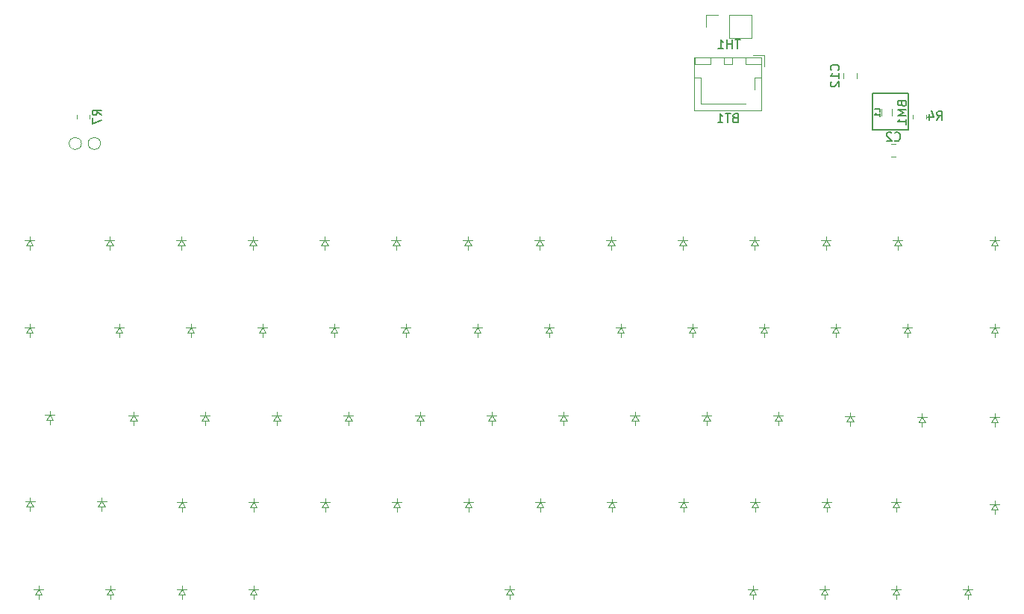
<source format=gbr>
%TF.GenerationSoftware,KiCad,Pcbnew,6.0.0-rc1-unknown-d76c6bc884~144~ubuntu21.10.1*%
%TF.CreationDate,2021-11-30T16:14:45+00:00*%
%TF.ProjectId,tad2_bottom,74616432-5f62-46f7-9474-6f6d2e6b6963,rev?*%
%TF.SameCoordinates,Original*%
%TF.FileFunction,Legend,Bot*%
%TF.FilePolarity,Positive*%
%FSLAX46Y46*%
G04 Gerber Fmt 4.6, Leading zero omitted, Abs format (unit mm)*
G04 Created by KiCad (PCBNEW 6.0.0-rc1-unknown-d76c6bc884~144~ubuntu21.10.1) date 2021-11-30 16:14:45*
%MOMM*%
%LPD*%
G01*
G04 APERTURE LIST*
%ADD10C,0.150000*%
%ADD11C,0.100000*%
%ADD12C,0.120000*%
G04 APERTURE END LIST*
D10*
X139217400Y-104368600D02*
X135128000Y-104368600D01*
X135128000Y-104368600D02*
X135128000Y-108483400D01*
X135128000Y-108483400D02*
X139217400Y-108483400D01*
X139217400Y-108483400D02*
X139217400Y-104368600D01*
%TO.C,BM1*%
X138460171Y-105538609D02*
X138507790Y-105681466D01*
X138555409Y-105729085D01*
X138650647Y-105776704D01*
X138793504Y-105776704D01*
X138888742Y-105729085D01*
X138936361Y-105681466D01*
X138983980Y-105586228D01*
X138983980Y-105205276D01*
X137983980Y-105205276D01*
X137983980Y-105538609D01*
X138031600Y-105633847D01*
X138079219Y-105681466D01*
X138174457Y-105729085D01*
X138269695Y-105729085D01*
X138364933Y-105681466D01*
X138412552Y-105633847D01*
X138460171Y-105538609D01*
X138460171Y-105205276D01*
X138983980Y-106205276D02*
X137983980Y-106205276D01*
X138698266Y-106538609D01*
X137983980Y-106871942D01*
X138983980Y-106871942D01*
X138983980Y-107871942D02*
X138983980Y-107300514D01*
X138983980Y-107586228D02*
X137983980Y-107586228D01*
X138126838Y-107490990D01*
X138222076Y-107395752D01*
X138269695Y-107300514D01*
%TO.C,BT1*%
X119535714Y-107116571D02*
X119392857Y-107164190D01*
X119345238Y-107211809D01*
X119297619Y-107307047D01*
X119297619Y-107449904D01*
X119345238Y-107545142D01*
X119392857Y-107592761D01*
X119488095Y-107640380D01*
X119869047Y-107640380D01*
X119869047Y-106640380D01*
X119535714Y-106640380D01*
X119440476Y-106688000D01*
X119392857Y-106735619D01*
X119345238Y-106830857D01*
X119345238Y-106926095D01*
X119392857Y-107021333D01*
X119440476Y-107068952D01*
X119535714Y-107116571D01*
X119869047Y-107116571D01*
X119011904Y-106640380D02*
X118440476Y-106640380D01*
X118726190Y-107640380D02*
X118726190Y-106640380D01*
X117583333Y-107640380D02*
X118154761Y-107640380D01*
X117869047Y-107640380D02*
X117869047Y-106640380D01*
X117964285Y-106783238D01*
X118059523Y-106878476D01*
X118154761Y-106926095D01*
%TO.C,TH1*%
X120127314Y-98258380D02*
X119555885Y-98258380D01*
X119841600Y-99258380D02*
X119841600Y-98258380D01*
X119222552Y-99258380D02*
X119222552Y-98258380D01*
X119222552Y-98734571D02*
X118651123Y-98734571D01*
X118651123Y-99258380D02*
X118651123Y-98258380D01*
X117651123Y-99258380D02*
X118222552Y-99258380D01*
X117936838Y-99258380D02*
X117936838Y-98258380D01*
X118032076Y-98401238D01*
X118127314Y-98496476D01*
X118222552Y-98544095D01*
%TO.C,R7*%
X47645580Y-106818133D02*
X47169390Y-106484800D01*
X47645580Y-106246704D02*
X46645580Y-106246704D01*
X46645580Y-106627657D01*
X46693200Y-106722895D01*
X46740819Y-106770514D01*
X46836057Y-106818133D01*
X46978914Y-106818133D01*
X47074152Y-106770514D01*
X47121771Y-106722895D01*
X47169390Y-106627657D01*
X47169390Y-106246704D01*
X46645580Y-107151466D02*
X46645580Y-107818133D01*
X47645580Y-107389561D01*
%TO.C,R4*%
X142443466Y-107367180D02*
X142776800Y-106890990D01*
X143014895Y-107367180D02*
X143014895Y-106367180D01*
X142633942Y-106367180D01*
X142538704Y-106414800D01*
X142491085Y-106462419D01*
X142443466Y-106557657D01*
X142443466Y-106700514D01*
X142491085Y-106795752D01*
X142538704Y-106843371D01*
X142633942Y-106890990D01*
X143014895Y-106890990D01*
X141586323Y-106700514D02*
X141586323Y-107367180D01*
X141824419Y-106319561D02*
X142062514Y-107033847D01*
X141443466Y-107033847D01*
%TO.C,C2*%
X137666666Y-109671942D02*
X137714285Y-109719561D01*
X137857142Y-109767180D01*
X137952380Y-109767180D01*
X138095238Y-109719561D01*
X138190476Y-109624323D01*
X138238095Y-109529085D01*
X138285714Y-109338609D01*
X138285714Y-109195752D01*
X138238095Y-109005276D01*
X138190476Y-108910038D01*
X138095238Y-108814800D01*
X137952380Y-108767180D01*
X137857142Y-108767180D01*
X137714285Y-108814800D01*
X137666666Y-108862419D01*
X137285714Y-108862419D02*
X137238095Y-108814800D01*
X137142857Y-108767180D01*
X136904761Y-108767180D01*
X136809523Y-108814800D01*
X136761904Y-108862419D01*
X136714285Y-108957657D01*
X136714285Y-109052895D01*
X136761904Y-109195752D01*
X137333333Y-109767180D01*
X136714285Y-109767180D01*
%TO.C,C12*%
X131265142Y-101697642D02*
X131312761Y-101650023D01*
X131360380Y-101507166D01*
X131360380Y-101411928D01*
X131312761Y-101269071D01*
X131217523Y-101173833D01*
X131122285Y-101126214D01*
X130931809Y-101078595D01*
X130788952Y-101078595D01*
X130598476Y-101126214D01*
X130503238Y-101173833D01*
X130408000Y-101269071D01*
X130360380Y-101411928D01*
X130360380Y-101507166D01*
X130408000Y-101650023D01*
X130455619Y-101697642D01*
X131360380Y-102650023D02*
X131360380Y-102078595D01*
X131360380Y-102364309D02*
X130360380Y-102364309D01*
X130503238Y-102269071D01*
X130598476Y-102173833D01*
X130646095Y-102078595D01*
X130455619Y-103030976D02*
X130408000Y-103078595D01*
X130360380Y-103173833D01*
X130360380Y-103411928D01*
X130408000Y-103507166D01*
X130455619Y-103554785D01*
X130550857Y-103602404D01*
X130646095Y-103602404D01*
X130788952Y-103554785D01*
X131360380Y-102983357D01*
X131360380Y-103602404D01*
%TO.C,L1*%
X135958228Y-106427600D02*
X135958228Y-106141885D01*
X135358228Y-106141885D01*
X135958228Y-106941885D02*
X135958228Y-106599028D01*
X135958228Y-106770457D02*
X135358228Y-106770457D01*
X135443942Y-106713314D01*
X135501085Y-106656171D01*
X135529657Y-106599028D01*
D11*
%TO.C,S_'1*%
X132588000Y-140986000D02*
X132038000Y-140986000D01*
X132588000Y-141586000D02*
X132588000Y-142086000D01*
X132588000Y-140577000D02*
X132588000Y-140977000D01*
X132188000Y-141586000D02*
X132988000Y-141586000D01*
X132588000Y-140986000D02*
X133138000Y-140986000D01*
X132588000Y-140986000D02*
X132188000Y-141586000D01*
X132988000Y-141586000D02*
X132588000Y-140986000D01*
%TO.C,S_;1*%
X124460000Y-141482000D02*
X124460000Y-141982000D01*
X124460000Y-140473000D02*
X124460000Y-140873000D01*
X124860000Y-141482000D02*
X124460000Y-140882000D01*
X124460000Y-140882000D02*
X125010000Y-140882000D01*
X124060000Y-141482000D02*
X124860000Y-141482000D01*
X124460000Y-140882000D02*
X123910000Y-140882000D01*
X124460000Y-140882000D02*
X124060000Y-141482000D01*
%TO.C,S_ENTER1*%
X148606000Y-141662000D02*
X149406000Y-141662000D01*
X149006000Y-141662000D02*
X149006000Y-142162000D01*
X149006000Y-140653000D02*
X149006000Y-141053000D01*
X149006000Y-141062000D02*
X149556000Y-141062000D01*
X149006000Y-141062000D02*
X148606000Y-141662000D01*
X149406000Y-141662000D02*
X149006000Y-141062000D01*
X149006000Y-141062000D02*
X148456000Y-141062000D01*
%TO.C,S_MAC1*%
X145558000Y-161220000D02*
X146358000Y-161220000D01*
X145958000Y-160211000D02*
X145958000Y-160611000D01*
X146358000Y-161220000D02*
X145958000Y-160620000D01*
X145958000Y-161220000D02*
X145958000Y-161720000D01*
X145958000Y-160620000D02*
X145408000Y-160620000D01*
X145958000Y-160620000D02*
X145558000Y-161220000D01*
X145958000Y-160620000D02*
X146508000Y-160620000D01*
%TO.C,S_O1*%
X115116000Y-131502000D02*
X114716000Y-130902000D01*
X114716000Y-130902000D02*
X114166000Y-130902000D01*
X114716000Y-131502000D02*
X114716000Y-132002000D01*
X114716000Y-130902000D02*
X114316000Y-131502000D01*
X114716000Y-130493000D02*
X114716000Y-130893000D01*
X114316000Y-131502000D02*
X115116000Y-131502000D01*
X114716000Y-130902000D02*
X115266000Y-130902000D01*
%TO.C,S_[1*%
X130972000Y-131502000D02*
X130972000Y-132002000D01*
X131372000Y-131502000D02*
X130972000Y-130902000D01*
X130972000Y-130902000D02*
X130572000Y-131502000D01*
X130972000Y-130902000D02*
X130422000Y-130902000D01*
X130972000Y-130902000D02*
X131522000Y-130902000D01*
X130572000Y-131502000D02*
X131372000Y-131502000D01*
X130972000Y-130493000D02*
X130972000Y-130893000D01*
%TO.C,S_TAB1*%
X39532000Y-131502000D02*
X39532000Y-132002000D01*
X39532000Y-130902000D02*
X40082000Y-130902000D01*
X39532000Y-130493000D02*
X39532000Y-130893000D01*
X39532000Y-130902000D02*
X39132000Y-131502000D01*
X39132000Y-131502000D02*
X39932000Y-131502000D01*
X39532000Y-130902000D02*
X38982000Y-130902000D01*
X39932000Y-131502000D02*
X39532000Y-130902000D01*
%TO.C,S_8*%
X105900000Y-121596000D02*
X105500000Y-120996000D01*
X105500000Y-121596000D02*
X105500000Y-122096000D01*
X105500000Y-120996000D02*
X105100000Y-121596000D01*
X105500000Y-120996000D02*
X106050000Y-120996000D01*
X105100000Y-121596000D02*
X105900000Y-121596000D01*
X105500000Y-120996000D02*
X104950000Y-120996000D01*
X105500000Y-120587000D02*
X105500000Y-120987000D01*
%TO.C,S_+1*%
X138012000Y-120996000D02*
X137462000Y-120996000D01*
X138012000Y-120996000D02*
X137612000Y-121596000D01*
X137612000Y-121596000D02*
X138412000Y-121596000D01*
X138012000Y-121596000D02*
X138012000Y-122096000D01*
X138012000Y-120587000D02*
X138012000Y-120987000D01*
X138412000Y-121596000D02*
X138012000Y-120996000D01*
X138012000Y-120996000D02*
X138562000Y-120996000D01*
%TO.C,S_3*%
X64860000Y-120996000D02*
X65410000Y-120996000D01*
X64860000Y-121596000D02*
X64860000Y-122096000D01*
X64460000Y-121596000D02*
X65260000Y-121596000D01*
X65260000Y-121596000D02*
X64860000Y-120996000D01*
X64860000Y-120996000D02*
X64460000Y-121596000D01*
X64860000Y-120996000D02*
X64310000Y-120996000D01*
X64860000Y-120587000D02*
X64860000Y-120987000D01*
%TO.C,S_RSH1*%
X149006000Y-150968000D02*
X148606000Y-151568000D01*
X149006000Y-150968000D02*
X149556000Y-150968000D01*
X149406000Y-151568000D02*
X149006000Y-150968000D01*
X149006000Y-150968000D02*
X148456000Y-150968000D01*
X149006000Y-150559000D02*
X149006000Y-150959000D01*
X148606000Y-151568000D02*
X149406000Y-151568000D01*
X149006000Y-151568000D02*
X149006000Y-152068000D01*
%TO.C,S_X1*%
X64532000Y-151314000D02*
X65332000Y-151314000D01*
X64932000Y-150714000D02*
X64382000Y-150714000D01*
X64932000Y-150305000D02*
X64932000Y-150705000D01*
X65332000Y-151314000D02*
X64932000Y-150714000D01*
X64932000Y-151314000D02*
X64932000Y-151814000D01*
X64932000Y-150714000D02*
X64532000Y-151314000D01*
X64932000Y-150714000D02*
X65482000Y-150714000D01*
%TO.C,S_I1*%
X106988000Y-131502000D02*
X106588000Y-130902000D01*
X106588000Y-130902000D02*
X106188000Y-131502000D01*
X106188000Y-131502000D02*
X106988000Y-131502000D01*
X106588000Y-130902000D02*
X107138000Y-130902000D01*
X106588000Y-130902000D02*
X106038000Y-130902000D01*
X106588000Y-130493000D02*
X106588000Y-130893000D01*
X106588000Y-131502000D02*
X106588000Y-132002000D01*
%TO.C,S_D1*%
X67564000Y-140882000D02*
X68114000Y-140882000D01*
X67564000Y-140473000D02*
X67564000Y-140873000D01*
X67564000Y-141482000D02*
X67564000Y-141982000D01*
X67164000Y-141482000D02*
X67964000Y-141482000D01*
X67564000Y-140882000D02*
X67164000Y-141482000D01*
X67964000Y-141482000D02*
X67564000Y-140882000D01*
X67564000Y-140882000D02*
X67014000Y-140882000D01*
%TO.C,S_CTR1*%
X41818000Y-140808000D02*
X42368000Y-140808000D01*
X41818000Y-140808000D02*
X41268000Y-140808000D01*
X41818000Y-140399000D02*
X41818000Y-140799000D01*
X41818000Y-141408000D02*
X41818000Y-141908000D01*
X42218000Y-141408000D02*
X41818000Y-140808000D01*
X41418000Y-141408000D02*
X42218000Y-141408000D01*
X41818000Y-140808000D02*
X41418000Y-141408000D01*
%TO.C,S_L1*%
X116332000Y-140882000D02*
X116882000Y-140882000D01*
X116332000Y-140882000D02*
X115932000Y-141482000D01*
X116732000Y-141482000D02*
X116332000Y-140882000D01*
X116332000Y-140473000D02*
X116332000Y-140873000D01*
X115932000Y-141482000D02*
X116732000Y-141482000D01*
X116332000Y-141482000D02*
X116332000Y-141982000D01*
X116332000Y-140882000D02*
X115782000Y-140882000D01*
%TO.C,S_J1*%
X100076000Y-141482000D02*
X100076000Y-141982000D01*
X100476000Y-141482000D02*
X100076000Y-140882000D01*
X100076000Y-140473000D02*
X100076000Y-140873000D01*
X99676000Y-141482000D02*
X100476000Y-141482000D01*
X100076000Y-140882000D02*
X100626000Y-140882000D01*
X100076000Y-140882000D02*
X99676000Y-141482000D01*
X100076000Y-140882000D02*
X99526000Y-140882000D01*
%TO.C,S_T1*%
X81804000Y-131502000D02*
X82604000Y-131502000D01*
X82204000Y-130902000D02*
X81654000Y-130902000D01*
X82604000Y-131502000D02*
X82204000Y-130902000D01*
X82204000Y-130902000D02*
X82754000Y-130902000D01*
X82204000Y-130493000D02*
X82204000Y-130893000D01*
X82204000Y-130902000D02*
X81804000Y-131502000D01*
X82204000Y-131502000D02*
X82204000Y-132002000D01*
%TO.C,S_2*%
X56732000Y-120595000D02*
X56732000Y-120995000D01*
X56732000Y-121004000D02*
X56332000Y-121604000D01*
X57132000Y-121604000D02*
X56732000Y-121004000D01*
X56332000Y-121604000D02*
X57132000Y-121604000D01*
X56732000Y-121004000D02*
X57282000Y-121004000D01*
X56732000Y-121604000D02*
X56732000Y-122104000D01*
X56732000Y-121004000D02*
X56182000Y-121004000D01*
%TO.C,S_SPC1*%
X93580000Y-161220000D02*
X94380000Y-161220000D01*
X93980000Y-160620000D02*
X93430000Y-160620000D01*
X93980000Y-160211000D02*
X93980000Y-160611000D01*
X93980000Y-160620000D02*
X93580000Y-161220000D01*
X93980000Y-160620000D02*
X94530000Y-160620000D01*
X93980000Y-161220000D02*
X93980000Y-161720000D01*
X94380000Y-161220000D02*
X93980000Y-160620000D01*
%TO.C,S_LSH1*%
X39552000Y-150661000D02*
X40102000Y-150661000D01*
X39952000Y-151261000D02*
X39552000Y-150661000D01*
X39552000Y-151261000D02*
X39552000Y-151761000D01*
X39552000Y-150661000D02*
X39002000Y-150661000D01*
X39152000Y-151261000D02*
X39952000Y-151261000D01*
X39552000Y-150661000D02*
X39152000Y-151261000D01*
X39552000Y-150252000D02*
X39552000Y-150652000D01*
%TO.C,S_RFN1*%
X138230000Y-161220000D02*
X137830000Y-160620000D01*
X137830000Y-160620000D02*
X137430000Y-161220000D01*
X137830000Y-160211000D02*
X137830000Y-160611000D01*
X137830000Y-160620000D02*
X137280000Y-160620000D01*
X137830000Y-161220000D02*
X137830000Y-161720000D01*
X137830000Y-160620000D02*
X138380000Y-160620000D01*
X137430000Y-161220000D02*
X138230000Y-161220000D01*
%TO.C,S_\u005C1*%
X141154000Y-141662000D02*
X140754000Y-141062000D01*
X140754000Y-141062000D02*
X140204000Y-141062000D01*
X140754000Y-141062000D02*
X140354000Y-141662000D01*
X140754000Y-140653000D02*
X140754000Y-141053000D01*
X140754000Y-141662000D02*
X140754000Y-142162000D01*
X140354000Y-141662000D02*
X141154000Y-141662000D01*
X140754000Y-141062000D02*
X141304000Y-141062000D01*
%TO.C,S_1*%
X48604000Y-120996000D02*
X49154000Y-120996000D01*
X48604000Y-120587000D02*
X48604000Y-120987000D01*
X48604000Y-120996000D02*
X48204000Y-121596000D01*
X48604000Y-120996000D02*
X48054000Y-120996000D01*
X49004000Y-121596000D02*
X48604000Y-120996000D01*
X48204000Y-121596000D02*
X49004000Y-121596000D01*
X48604000Y-121596000D02*
X48604000Y-122096000D01*
%TO.C,S_/1*%
X129556000Y-151314000D02*
X130356000Y-151314000D01*
X130356000Y-151314000D02*
X129956000Y-150714000D01*
X129956000Y-150305000D02*
X129956000Y-150705000D01*
X129956000Y-150714000D02*
X129406000Y-150714000D01*
X129956000Y-151314000D02*
X129956000Y-151814000D01*
X129956000Y-150714000D02*
X129556000Y-151314000D01*
X129956000Y-150714000D02*
X130506000Y-150714000D01*
%TO.C,S_7*%
X97372000Y-121596000D02*
X97372000Y-122096000D01*
X96972000Y-121596000D02*
X97772000Y-121596000D01*
X97372000Y-120996000D02*
X97922000Y-120996000D01*
X97372000Y-120996000D02*
X96822000Y-120996000D01*
X97772000Y-121596000D02*
X97372000Y-120996000D01*
X97372000Y-120587000D02*
X97372000Y-120987000D01*
X97372000Y-120996000D02*
X96972000Y-121596000D01*
%TO.C,S_P1*%
X122844000Y-131502000D02*
X122844000Y-132002000D01*
X122844000Y-130493000D02*
X122844000Y-130893000D01*
X122444000Y-131502000D02*
X123244000Y-131502000D01*
X122844000Y-130902000D02*
X123394000Y-130902000D01*
X122844000Y-130902000D02*
X122294000Y-130902000D01*
X123244000Y-131502000D02*
X122844000Y-130902000D01*
X122844000Y-130902000D02*
X122444000Y-131502000D01*
%TO.C,S_-1*%
X129884000Y-120996000D02*
X129334000Y-120996000D01*
X129884000Y-121596000D02*
X129884000Y-122096000D01*
X130284000Y-121596000D02*
X129884000Y-120996000D01*
X129884000Y-120996000D02*
X129484000Y-121596000D01*
X129484000Y-121596000D02*
X130284000Y-121596000D01*
X129884000Y-120587000D02*
X129884000Y-120987000D01*
X129884000Y-120996000D02*
X130434000Y-120996000D01*
%TO.C,S_]1*%
X139100000Y-131502000D02*
X139100000Y-132002000D01*
X139100000Y-130902000D02*
X138700000Y-131502000D01*
X139100000Y-130493000D02*
X139100000Y-130893000D01*
X138700000Y-131502000D02*
X139500000Y-131502000D01*
X139100000Y-130902000D02*
X138550000Y-130902000D01*
X139100000Y-130902000D02*
X139650000Y-130902000D01*
X139500000Y-131502000D02*
X139100000Y-130902000D01*
%TO.C,S_U1*%
X98060000Y-131502000D02*
X98860000Y-131502000D01*
X98460000Y-130493000D02*
X98460000Y-130893000D01*
X98860000Y-131502000D02*
X98460000Y-130902000D01*
X98460000Y-130902000D02*
X97910000Y-130902000D01*
X98460000Y-130902000D02*
X99010000Y-130902000D01*
X98460000Y-131502000D02*
X98460000Y-132002000D01*
X98460000Y-130902000D02*
X98060000Y-131502000D01*
%TO.C,S_RIG1*%
X129702000Y-160620000D02*
X130252000Y-160620000D01*
X129702000Y-160211000D02*
X129702000Y-160611000D01*
X130102000Y-161220000D02*
X129702000Y-160620000D01*
X129302000Y-161220000D02*
X130102000Y-161220000D01*
X129702000Y-160620000D02*
X129302000Y-161220000D01*
X129702000Y-161220000D02*
X129702000Y-161720000D01*
X129702000Y-160620000D02*
X129152000Y-160620000D01*
%TO.C,S_LHY1*%
X40548000Y-160620000D02*
X39998000Y-160620000D01*
X40548000Y-160620000D02*
X40148000Y-161220000D01*
X40548000Y-161220000D02*
X40548000Y-161720000D01*
X40948000Y-161220000D02*
X40548000Y-160620000D01*
X40548000Y-160620000D02*
X41098000Y-160620000D01*
X40548000Y-160211000D02*
X40548000Y-160611000D01*
X40148000Y-161220000D02*
X40948000Y-161220000D01*
%TO.C,S_.1*%
X122228000Y-151314000D02*
X121828000Y-150714000D01*
X121828000Y-150714000D02*
X122378000Y-150714000D01*
X121828000Y-150714000D02*
X121278000Y-150714000D01*
X121828000Y-150305000D02*
X121828000Y-150705000D01*
X121828000Y-150714000D02*
X121428000Y-151314000D01*
X121828000Y-151314000D02*
X121828000Y-151814000D01*
X121428000Y-151314000D02*
X122228000Y-151314000D01*
%TO.C,S_4*%
X72988000Y-120587000D02*
X72988000Y-120987000D01*
X72988000Y-121596000D02*
X72988000Y-122096000D01*
X72588000Y-121596000D02*
X73388000Y-121596000D01*
X72988000Y-120996000D02*
X73538000Y-120996000D01*
X72988000Y-120996000D02*
X72438000Y-120996000D01*
X72988000Y-120996000D02*
X72588000Y-121596000D01*
X73388000Y-121596000D02*
X72988000Y-120996000D01*
%TO.C,S_C1*%
X73460000Y-151314000D02*
X73060000Y-150714000D01*
X73060000Y-150305000D02*
X73060000Y-150705000D01*
X73060000Y-150714000D02*
X72510000Y-150714000D01*
X73060000Y-150714000D02*
X73610000Y-150714000D01*
X73060000Y-150714000D02*
X72660000Y-151314000D01*
X73060000Y-151314000D02*
X73060000Y-151814000D01*
X72660000Y-151314000D02*
X73460000Y-151314000D01*
%TO.C,S_TIL1*%
X137430000Y-151314000D02*
X138230000Y-151314000D01*
X137830000Y-151314000D02*
X137830000Y-151814000D01*
X137830000Y-150714000D02*
X137280000Y-150714000D01*
X137830000Y-150714000D02*
X137430000Y-151314000D01*
X137830000Y-150305000D02*
X137830000Y-150705000D01*
X138230000Y-151314000D02*
X137830000Y-150714000D01*
X137830000Y-150714000D02*
X138380000Y-150714000D01*
%TO.C,S_H1*%
X91948000Y-140473000D02*
X91948000Y-140873000D01*
X91948000Y-141482000D02*
X91948000Y-141982000D01*
X92348000Y-141482000D02*
X91948000Y-140882000D01*
X91548000Y-141482000D02*
X92348000Y-141482000D01*
X91948000Y-140882000D02*
X92498000Y-140882000D01*
X91948000Y-140882000D02*
X91548000Y-141482000D01*
X91948000Y-140882000D02*
X91398000Y-140882000D01*
%TO.C,S_K1*%
X108204000Y-140473000D02*
X108204000Y-140873000D01*
X108204000Y-140882000D02*
X107804000Y-141482000D01*
X108204000Y-140882000D02*
X108754000Y-140882000D01*
X108204000Y-141482000D02*
X108204000Y-141982000D01*
X107804000Y-141482000D02*
X108604000Y-141482000D01*
X108204000Y-140882000D02*
X107654000Y-140882000D01*
X108604000Y-141482000D02*
X108204000Y-140882000D01*
%TO.C,S_DOWN1*%
X64932000Y-160620000D02*
X64532000Y-161220000D01*
X64932000Y-160211000D02*
X64932000Y-160611000D01*
X64932000Y-161220000D02*
X64932000Y-161720000D01*
X65332000Y-161220000D02*
X64932000Y-160620000D01*
X64932000Y-160620000D02*
X64382000Y-160620000D01*
X64532000Y-161220000D02*
X65332000Y-161220000D01*
X64932000Y-160620000D02*
X65482000Y-160620000D01*
%TO.C,S_A1*%
X51308000Y-140882000D02*
X51858000Y-140882000D01*
X50908000Y-141482000D02*
X51708000Y-141482000D01*
X51708000Y-141482000D02*
X51308000Y-140882000D01*
X51308000Y-140882000D02*
X50758000Y-140882000D01*
X51308000Y-140473000D02*
X51308000Y-140873000D01*
X51308000Y-140882000D02*
X50908000Y-141482000D01*
X51308000Y-141482000D02*
X51308000Y-141982000D01*
%TO.C,S_BCK1*%
X149006000Y-131502000D02*
X149006000Y-132002000D01*
X149006000Y-130902000D02*
X148606000Y-131502000D01*
X149006000Y-130902000D02*
X148456000Y-130902000D01*
X149406000Y-131502000D02*
X149006000Y-130902000D01*
X149006000Y-130493000D02*
X149006000Y-130893000D01*
X148606000Y-131502000D02*
X149406000Y-131502000D01*
X149006000Y-130902000D02*
X149556000Y-130902000D01*
%TO.C,S_10*%
X121756000Y-120996000D02*
X122306000Y-120996000D01*
X122156000Y-121596000D02*
X121756000Y-120996000D01*
X121756000Y-120996000D02*
X121356000Y-121596000D01*
X121356000Y-121596000D02*
X122156000Y-121596000D01*
X121756000Y-120587000D02*
X121756000Y-120987000D01*
X121756000Y-120996000D02*
X121206000Y-120996000D01*
X121756000Y-121596000D02*
X121756000Y-122096000D01*
%TO.C,S_DEL1*%
X149006000Y-120996000D02*
X148456000Y-120996000D01*
X149006000Y-120996000D02*
X148606000Y-121596000D01*
X148606000Y-121596000D02*
X149406000Y-121596000D01*
X149006000Y-120587000D02*
X149006000Y-120987000D01*
X149406000Y-121596000D02*
X149006000Y-120996000D01*
X149006000Y-120996000D02*
X149556000Y-120996000D01*
X149006000Y-121596000D02*
X149006000Y-122096000D01*
%TO.C,S_R1*%
X74476000Y-131502000D02*
X74076000Y-130902000D01*
X74076000Y-130493000D02*
X74076000Y-130893000D01*
X74076000Y-131502000D02*
X74076000Y-132002000D01*
X74076000Y-130902000D02*
X74626000Y-130902000D01*
X73676000Y-131502000D02*
X74476000Y-131502000D01*
X74076000Y-130902000D02*
X73676000Y-131502000D01*
X74076000Y-130902000D02*
X73526000Y-130902000D01*
%TO.C,S_B1*%
X89316000Y-150714000D02*
X88766000Y-150714000D01*
X89316000Y-150714000D02*
X88916000Y-151314000D01*
X88916000Y-151314000D02*
X89716000Y-151314000D01*
X89316000Y-150714000D02*
X89866000Y-150714000D01*
X89716000Y-151314000D02*
X89316000Y-150714000D01*
X89316000Y-150305000D02*
X89316000Y-150705000D01*
X89316000Y-151314000D02*
X89316000Y-151814000D01*
%TO.C,S_Q1*%
X49692000Y-130902000D02*
X49142000Y-130902000D01*
X49692000Y-130902000D02*
X50242000Y-130902000D01*
X50092000Y-131502000D02*
X49692000Y-130902000D01*
X49692000Y-130493000D02*
X49692000Y-130893000D01*
X49292000Y-131502000D02*
X50092000Y-131502000D01*
X49692000Y-131502000D02*
X49692000Y-132002000D01*
X49692000Y-130902000D02*
X49292000Y-131502000D01*
%TO.C,S_M1*%
X105572000Y-150353500D02*
X105572000Y-150753500D01*
X105572000Y-150762500D02*
X105022000Y-150762500D01*
X105172000Y-151362500D02*
X105972000Y-151362500D01*
X105572000Y-150762500D02*
X105172000Y-151362500D01*
X105572000Y-151362500D02*
X105572000Y-151862500D01*
X105572000Y-150762500D02*
X106122000Y-150762500D01*
X105972000Y-151362500D02*
X105572000Y-150762500D01*
%TO.C,S_LEF1*%
X121574000Y-160620000D02*
X122124000Y-160620000D01*
X121574000Y-160620000D02*
X121024000Y-160620000D01*
X121574000Y-161220000D02*
X121574000Y-161720000D01*
X121574000Y-160211000D02*
X121574000Y-160611000D01*
X121974000Y-161220000D02*
X121574000Y-160620000D01*
X121174000Y-161220000D02*
X121974000Y-161220000D01*
X121574000Y-160620000D02*
X121174000Y-161220000D01*
%TO.C,S_ESC1*%
X39932000Y-121596000D02*
X39532000Y-120996000D01*
X39532000Y-121596000D02*
X39532000Y-122096000D01*
X39532000Y-120587000D02*
X39532000Y-120987000D01*
X39532000Y-120996000D02*
X38982000Y-120996000D01*
X39132000Y-121596000D02*
X39932000Y-121596000D01*
X39532000Y-120996000D02*
X40082000Y-120996000D01*
X39532000Y-120996000D02*
X39132000Y-121596000D01*
%TO.C,S_W1*%
X57820000Y-131502000D02*
X57820000Y-132002000D01*
X57820000Y-130902000D02*
X58370000Y-130902000D01*
X57820000Y-130902000D02*
X57270000Y-130902000D01*
X57820000Y-130902000D02*
X57420000Y-131502000D01*
X57820000Y-130493000D02*
X57820000Y-130893000D01*
X57420000Y-131502000D02*
X58220000Y-131502000D01*
X58220000Y-131502000D02*
X57820000Y-130902000D01*
%TO.C,S_V1*%
X81188000Y-150714000D02*
X80638000Y-150714000D01*
X81588000Y-151314000D02*
X81188000Y-150714000D01*
X81188000Y-150714000D02*
X80788000Y-151314000D01*
X81188000Y-150714000D02*
X81738000Y-150714000D01*
X81188000Y-150305000D02*
X81188000Y-150705000D01*
X81188000Y-151314000D02*
X81188000Y-151814000D01*
X80788000Y-151314000D02*
X81588000Y-151314000D01*
%TO.C,S_5*%
X81116000Y-121596000D02*
X81116000Y-122096000D01*
X81116000Y-120996000D02*
X80566000Y-120996000D01*
X81116000Y-120996000D02*
X80716000Y-121596000D01*
X80716000Y-121596000D02*
X81516000Y-121596000D01*
X81116000Y-120587000D02*
X81116000Y-120987000D01*
X81516000Y-121596000D02*
X81116000Y-120996000D01*
X81116000Y-120996000D02*
X81666000Y-120996000D01*
%TO.C,S_Y1*%
X89932000Y-131502000D02*
X90732000Y-131502000D01*
X90332000Y-130493000D02*
X90332000Y-130893000D01*
X90332000Y-130902000D02*
X90882000Y-130902000D01*
X90332000Y-130902000D02*
X89932000Y-131502000D01*
X90332000Y-130902000D02*
X89782000Y-130902000D01*
X90732000Y-131502000D02*
X90332000Y-130902000D01*
X90332000Y-131502000D02*
X90332000Y-132002000D01*
%TO.C,S_G1*%
X83820000Y-141482000D02*
X83820000Y-141982000D01*
X83420000Y-141482000D02*
X84220000Y-141482000D01*
X83820000Y-140882000D02*
X84370000Y-140882000D01*
X83820000Y-140882000D02*
X83270000Y-140882000D01*
X84220000Y-141482000D02*
X83820000Y-140882000D01*
X83820000Y-140473000D02*
X83820000Y-140873000D01*
X83820000Y-140882000D02*
X83420000Y-141482000D01*
%TO.C,S_N1*%
X97044000Y-151314000D02*
X97844000Y-151314000D01*
X97444000Y-150305000D02*
X97444000Y-150705000D01*
X97444000Y-151314000D02*
X97444000Y-151814000D01*
X97444000Y-150714000D02*
X97994000Y-150714000D01*
X97844000Y-151314000D02*
X97444000Y-150714000D01*
X97444000Y-150714000D02*
X97044000Y-151314000D01*
X97444000Y-150714000D02*
X96894000Y-150714000D01*
%TO.C,S_9*%
X113628000Y-121596000D02*
X113628000Y-122096000D01*
X114028000Y-121596000D02*
X113628000Y-120996000D01*
X113628000Y-120996000D02*
X114178000Y-120996000D01*
X113628000Y-120587000D02*
X113628000Y-120987000D01*
X113628000Y-120996000D02*
X113228000Y-121596000D01*
X113628000Y-120996000D02*
X113078000Y-120996000D01*
X113228000Y-121596000D02*
X114028000Y-121596000D01*
%TO.C,S_ALT1*%
X48080000Y-151261000D02*
X47680000Y-150661000D01*
X47680000Y-150252000D02*
X47680000Y-150652000D01*
X47680000Y-150661000D02*
X47130000Y-150661000D01*
X47680000Y-150661000D02*
X48230000Y-150661000D01*
X47680000Y-150661000D02*
X47280000Y-151261000D01*
X47280000Y-151261000D02*
X48080000Y-151261000D01*
X47680000Y-151261000D02*
X47680000Y-151761000D01*
%TO.C,S_6*%
X89244000Y-120996000D02*
X88694000Y-120996000D01*
X89244000Y-120996000D02*
X89794000Y-120996000D01*
X89644000Y-121596000D02*
X89244000Y-120996000D01*
X89244000Y-120996000D02*
X88844000Y-121596000D01*
X89244000Y-121596000D02*
X89244000Y-122096000D01*
X88844000Y-121596000D02*
X89644000Y-121596000D01*
X89244000Y-120587000D02*
X89244000Y-120987000D01*
%TO.C,S_LFN1*%
X48676000Y-161220000D02*
X48676000Y-161720000D01*
X48276000Y-161220000D02*
X49076000Y-161220000D01*
X49076000Y-161220000D02*
X48676000Y-160620000D01*
X48676000Y-160211000D02*
X48676000Y-160611000D01*
X48676000Y-160620000D02*
X48126000Y-160620000D01*
X48676000Y-160620000D02*
X48276000Y-161220000D01*
X48676000Y-160620000D02*
X49226000Y-160620000D01*
%TO.C,S_S1*%
X59436000Y-140882000D02*
X59036000Y-141482000D01*
X59036000Y-141482000D02*
X59836000Y-141482000D01*
X59436000Y-140473000D02*
X59436000Y-140873000D01*
X59436000Y-141482000D02*
X59436000Y-141982000D01*
X59836000Y-141482000D02*
X59436000Y-140882000D01*
X59436000Y-140882000D02*
X58886000Y-140882000D01*
X59436000Y-140882000D02*
X59986000Y-140882000D01*
%TO.C,S_Z1*%
X56804000Y-150714000D02*
X56254000Y-150714000D01*
X57204000Y-151314000D02*
X56804000Y-150714000D01*
X56804000Y-150714000D02*
X56404000Y-151314000D01*
X56804000Y-151314000D02*
X56804000Y-151814000D01*
X56404000Y-151314000D02*
X57204000Y-151314000D01*
X56804000Y-150305000D02*
X56804000Y-150705000D01*
X56804000Y-150714000D02*
X57354000Y-150714000D01*
%TO.C,S_E1*%
X65948000Y-130493000D02*
X65948000Y-130893000D01*
X65548000Y-131502000D02*
X66348000Y-131502000D01*
X65948000Y-131502000D02*
X65948000Y-132002000D01*
X65948000Y-130902000D02*
X65548000Y-131502000D01*
X66348000Y-131502000D02*
X65948000Y-130902000D01*
X65948000Y-130902000D02*
X65398000Y-130902000D01*
X65948000Y-130902000D02*
X66498000Y-130902000D01*
%TO.C,S_UP1*%
X56804000Y-160620000D02*
X56404000Y-161220000D01*
X56804000Y-160620000D02*
X56254000Y-160620000D01*
X56804000Y-161220000D02*
X56804000Y-161720000D01*
X57204000Y-161220000D02*
X56804000Y-160620000D01*
X56804000Y-160211000D02*
X56804000Y-160611000D01*
X56804000Y-160620000D02*
X57354000Y-160620000D01*
X56404000Y-161220000D02*
X57204000Y-161220000D01*
%TO.C,S_\u002C1*%
X113700000Y-150305000D02*
X113700000Y-150705000D01*
X113700000Y-150714000D02*
X114250000Y-150714000D01*
X114100000Y-151314000D02*
X113700000Y-150714000D01*
X113700000Y-150714000D02*
X113300000Y-151314000D01*
X113300000Y-151314000D02*
X114100000Y-151314000D01*
X113700000Y-151314000D02*
X113700000Y-151814000D01*
X113700000Y-150714000D02*
X113150000Y-150714000D01*
%TO.C,S_F1*%
X75692000Y-140882000D02*
X75142000Y-140882000D01*
X75692000Y-140473000D02*
X75692000Y-140873000D01*
X75692000Y-140882000D02*
X76242000Y-140882000D01*
X76092000Y-141482000D02*
X75692000Y-140882000D01*
X75692000Y-140882000D02*
X75292000Y-141482000D01*
X75292000Y-141482000D02*
X76092000Y-141482000D01*
X75692000Y-141482000D02*
X75692000Y-141982000D01*
D12*
%TO.C,BT1*%
X114940000Y-100300000D02*
X122560000Y-100300000D01*
X122560000Y-100300000D02*
X122560000Y-106270000D01*
X122850000Y-100010000D02*
X122850000Y-101260000D01*
X120750000Y-101060000D02*
X120750000Y-100310000D01*
X114950000Y-101060000D02*
X114950000Y-100310000D01*
X122550000Y-101060000D02*
X120750000Y-101060000D01*
X122550000Y-100310000D02*
X122550000Y-101060000D01*
X114950000Y-102560000D02*
X115700000Y-102560000D01*
X116750000Y-100310000D02*
X116750000Y-101060000D01*
X121600000Y-100010000D02*
X122850000Y-100010000D01*
X119250000Y-101060000D02*
X118250000Y-101060000D01*
X115700000Y-105510000D02*
X118750000Y-105510000D01*
X114940000Y-106270000D02*
X114940000Y-100300000D01*
X120750000Y-100310000D02*
X122550000Y-100310000D01*
X118750000Y-105510000D02*
X120740000Y-105510000D01*
X114950000Y-100310000D02*
X116750000Y-100310000D01*
X118250000Y-101060000D02*
X118250000Y-100310000D01*
X121800000Y-102560000D02*
X121800000Y-103900000D01*
X116750000Y-101060000D02*
X114950000Y-101060000D01*
X122560000Y-106270000D02*
X114940000Y-106270000D01*
X115700000Y-102560000D02*
X115700000Y-105510000D01*
X118250000Y-100310000D02*
X119250000Y-100310000D01*
X122550000Y-102560000D02*
X121800000Y-102560000D01*
X119250000Y-100310000D02*
X119250000Y-101060000D01*
%TO.C,TH1*%
X118841600Y-95444000D02*
X118841600Y-98104000D01*
X117571600Y-95444000D02*
X116241600Y-95444000D01*
X118841600Y-98104000D02*
X121441600Y-98104000D01*
X118841600Y-95444000D02*
X121441600Y-95444000D01*
X121441600Y-95444000D02*
X121441600Y-98104000D01*
X116241600Y-95444000D02*
X116241600Y-96774000D01*
%TO.C,TP10*%
X47563000Y-110032800D02*
G75*
G03*
X47563000Y-110032800I-700000J0D01*
G01*
%TO.C,TP9*%
X45404000Y-110032800D02*
G75*
G03*
X45404000Y-110032800I-700000J0D01*
G01*
%TO.C,R7*%
X44858000Y-106757736D02*
X44858000Y-107211864D01*
X46328000Y-106757736D02*
X46328000Y-107211864D01*
%TO.C,R4*%
X141197000Y-106757736D02*
X141197000Y-107211864D01*
X139727000Y-106757736D02*
X139727000Y-107211864D01*
%TO.C,C2*%
X137761252Y-110059800D02*
X137238748Y-110059800D01*
X137761252Y-111529800D02*
X137238748Y-111529800D01*
%TO.C,C12*%
X131853000Y-102079248D02*
X131853000Y-102601752D01*
X133323000Y-102079248D02*
X133323000Y-102601752D01*
%TO.C,L1*%
X136190000Y-106089758D02*
X136190000Y-106910242D01*
X137310000Y-106089758D02*
X137310000Y-106910242D01*
%TD*%
M02*

</source>
